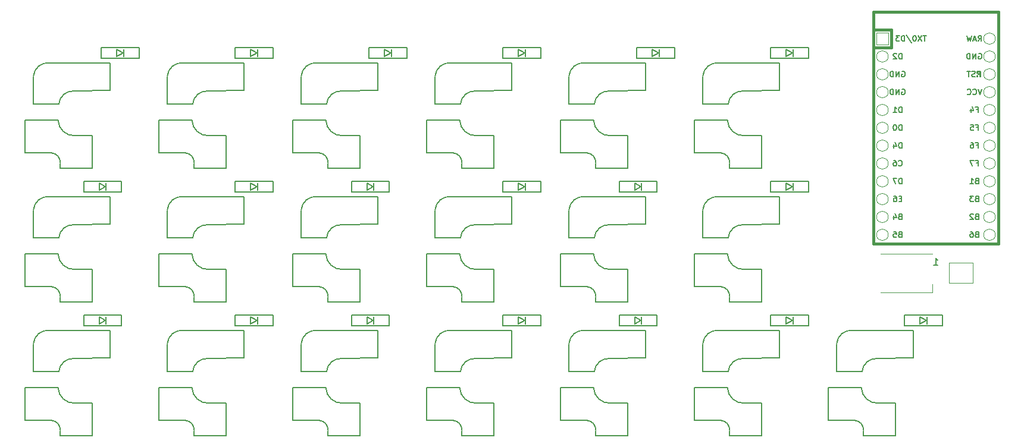
<source format=gbr>
G04 #@! TF.GenerationSoftware,KiCad,Pcbnew,(5.1.7)-1*
G04 #@! TF.CreationDate,2020-12-07T09:59:57+09:00*
G04 #@! TF.ProjectId,pisces,70697363-6573-42e6-9b69-6361645f7063,rev?*
G04 #@! TF.SameCoordinates,Original*
G04 #@! TF.FileFunction,Legend,Bot*
G04 #@! TF.FilePolarity,Positive*
%FSLAX46Y46*%
G04 Gerber Fmt 4.6, Leading zero omitted, Abs format (unit mm)*
G04 Created by KiCad (PCBNEW (5.1.7)-1) date 2020-12-07 09:59:57*
%MOMM*%
%LPD*%
G01*
G04 APERTURE LIST*
%ADD10C,0.120000*%
%ADD11C,0.150000*%
%ADD12C,0.381000*%
%ADD13C,0.100000*%
G04 APERTURE END LIST*
D10*
X164488000Y-70392000D02*
X171788000Y-70392000D01*
X164488000Y-75892000D02*
X171788000Y-75892000D01*
X171788000Y-75892000D02*
X171788000Y-74742000D01*
X177595000Y-74566000D02*
X174195000Y-74566000D01*
X174195000Y-71666000D02*
X174195000Y-74566000D01*
X174195000Y-71666000D02*
X177595000Y-71666000D01*
X177595000Y-74566000D02*
X177595000Y-71666000D01*
D11*
X53561000Y-41033000D02*
X53561000Y-42533000D01*
X58961000Y-41033000D02*
X53561000Y-41033000D01*
X58961000Y-42533000D02*
X58961000Y-41033000D01*
X53561000Y-42533000D02*
X58961000Y-42533000D01*
X55761000Y-41283000D02*
X56661000Y-41783000D01*
X55761000Y-42283000D02*
X55761000Y-41283000D01*
X56661000Y-41783000D02*
X55761000Y-42283000D01*
X56761000Y-42283000D02*
X56761000Y-41283000D01*
X51061000Y-60083000D02*
X51061000Y-61583000D01*
X56461000Y-60083000D02*
X51061000Y-60083000D01*
X56461000Y-61583000D02*
X56461000Y-60083000D01*
X51061000Y-61583000D02*
X56461000Y-61583000D01*
X53261000Y-60333000D02*
X54161000Y-60833000D01*
X53261000Y-61333000D02*
X53261000Y-60333000D01*
X54161000Y-60833000D02*
X53261000Y-61333000D01*
X54261000Y-61333000D02*
X54261000Y-60333000D01*
X54261000Y-80383000D02*
X54261000Y-79383000D01*
X54161000Y-79883000D02*
X53261000Y-80383000D01*
X53261000Y-80383000D02*
X53261000Y-79383000D01*
X53261000Y-79383000D02*
X54161000Y-79883000D01*
X51061000Y-80633000D02*
X56461000Y-80633000D01*
X56461000Y-80633000D02*
X56461000Y-79133000D01*
X56461000Y-79133000D02*
X51061000Y-79133000D01*
X51061000Y-79133000D02*
X51061000Y-80633000D01*
X75811000Y-42283000D02*
X75811000Y-41283000D01*
X75711000Y-41783000D02*
X74811000Y-42283000D01*
X74811000Y-42283000D02*
X74811000Y-41283000D01*
X74811000Y-41283000D02*
X75711000Y-41783000D01*
X72611000Y-42533000D02*
X78011000Y-42533000D01*
X78011000Y-42533000D02*
X78011000Y-41033000D01*
X78011000Y-41033000D02*
X72611000Y-41033000D01*
X72611000Y-41033000D02*
X72611000Y-42533000D01*
X72611000Y-60083000D02*
X72611000Y-61583000D01*
X78011000Y-60083000D02*
X72611000Y-60083000D01*
X78011000Y-61583000D02*
X78011000Y-60083000D01*
X72611000Y-61583000D02*
X78011000Y-61583000D01*
X74811000Y-60333000D02*
X75711000Y-60833000D01*
X74811000Y-61333000D02*
X74811000Y-60333000D01*
X75711000Y-60833000D02*
X74811000Y-61333000D01*
X75811000Y-61333000D02*
X75811000Y-60333000D01*
X75811000Y-80383000D02*
X75811000Y-79383000D01*
X75711000Y-79883000D02*
X74811000Y-80383000D01*
X74811000Y-80383000D02*
X74811000Y-79383000D01*
X74811000Y-79383000D02*
X75711000Y-79883000D01*
X72611000Y-80633000D02*
X78011000Y-80633000D01*
X78011000Y-80633000D02*
X78011000Y-79133000D01*
X78011000Y-79133000D02*
X72611000Y-79133000D01*
X72611000Y-79133000D02*
X72611000Y-80633000D01*
X91660999Y-41033000D02*
X91660999Y-42533000D01*
X97060999Y-41033000D02*
X91660999Y-41033000D01*
X97060999Y-42533000D02*
X97060999Y-41033000D01*
X91660999Y-42533000D02*
X97060999Y-42533000D01*
X93860999Y-41283000D02*
X94760999Y-41783000D01*
X93860999Y-42283000D02*
X93860999Y-41283000D01*
X94760999Y-41783000D02*
X93860999Y-42283000D01*
X94860999Y-42283000D02*
X94860999Y-41283000D01*
X89160999Y-60083000D02*
X89160999Y-61583000D01*
X94560999Y-60083000D02*
X89160999Y-60083000D01*
X94560999Y-61583000D02*
X94560999Y-60083000D01*
X89160999Y-61583000D02*
X94560999Y-61583000D01*
X91360999Y-60333000D02*
X92260999Y-60833000D01*
X91360999Y-61333000D02*
X91360999Y-60333000D01*
X92260999Y-60833000D02*
X91360999Y-61333000D01*
X92360999Y-61333000D02*
X92360999Y-60333000D01*
X92360999Y-80383000D02*
X92360999Y-79383000D01*
X92260999Y-79883000D02*
X91360999Y-80383000D01*
X91360999Y-80383000D02*
X91360999Y-79383000D01*
X91360999Y-79383000D02*
X92260999Y-79883000D01*
X89160999Y-80633000D02*
X94560999Y-80633000D01*
X94560999Y-80633000D02*
X94560999Y-79133000D01*
X94560999Y-79133000D02*
X89160999Y-79133000D01*
X89160999Y-79133000D02*
X89160999Y-80633000D01*
X113911000Y-42283000D02*
X113911000Y-41283000D01*
X113811000Y-41783000D02*
X112911000Y-42283000D01*
X112911000Y-42283000D02*
X112911000Y-41283000D01*
X112911000Y-41283000D02*
X113811000Y-41783000D01*
X110711000Y-42533000D02*
X116111000Y-42533000D01*
X116111000Y-42533000D02*
X116111000Y-41033000D01*
X116111000Y-41033000D02*
X110711000Y-41033000D01*
X110711000Y-41033000D02*
X110711000Y-42533000D01*
X110711000Y-60083000D02*
X110711000Y-61583000D01*
X116111000Y-60083000D02*
X110711000Y-60083000D01*
X116111000Y-61583000D02*
X116111000Y-60083000D01*
X110711000Y-61583000D02*
X116111000Y-61583000D01*
X112911000Y-60333000D02*
X113811000Y-60833000D01*
X112911000Y-61333000D02*
X112911000Y-60333000D01*
X113811000Y-60833000D02*
X112911000Y-61333000D01*
X113911000Y-61333000D02*
X113911000Y-60333000D01*
X110711000Y-79133000D02*
X110711000Y-80633000D01*
X116111000Y-79133000D02*
X110711000Y-79133000D01*
X116111000Y-80633000D02*
X116111000Y-79133000D01*
X110711000Y-80633000D02*
X116111000Y-80633000D01*
X112911000Y-79383000D02*
X113811000Y-79883000D01*
X112911000Y-80383000D02*
X112911000Y-79383000D01*
X113811000Y-79883000D02*
X112911000Y-80383000D01*
X113911000Y-80383000D02*
X113911000Y-79383000D01*
X132961000Y-42283000D02*
X132961000Y-41283000D01*
X132861000Y-41783000D02*
X131961000Y-42283000D01*
X131961000Y-42283000D02*
X131961000Y-41283000D01*
X131961000Y-41283000D02*
X132861000Y-41783000D01*
X129761000Y-42533000D02*
X135161000Y-42533000D01*
X135161000Y-42533000D02*
X135161000Y-41033000D01*
X135161000Y-41033000D02*
X129761000Y-41033000D01*
X129761000Y-41033000D02*
X129761000Y-42533000D01*
X127261000Y-60083000D02*
X127261000Y-61583000D01*
X132661000Y-60083000D02*
X127261000Y-60083000D01*
X132661000Y-61583000D02*
X132661000Y-60083000D01*
X127261000Y-61583000D02*
X132661000Y-61583000D01*
X129461000Y-60333000D02*
X130361000Y-60833000D01*
X129461000Y-61333000D02*
X129461000Y-60333000D01*
X130361000Y-60833000D02*
X129461000Y-61333000D01*
X130461000Y-61333000D02*
X130461000Y-60333000D01*
X130461000Y-80383000D02*
X130461000Y-79383000D01*
X130361000Y-79883000D02*
X129461000Y-80383000D01*
X129461000Y-80383000D02*
X129461000Y-79383000D01*
X129461000Y-79383000D02*
X130361000Y-79883000D01*
X127261000Y-80633000D02*
X132661000Y-80633000D01*
X132661000Y-80633000D02*
X132661000Y-79133000D01*
X132661000Y-79133000D02*
X127261000Y-79133000D01*
X127261000Y-79133000D02*
X127261000Y-80633000D01*
X152011000Y-42283000D02*
X152011000Y-41283000D01*
X151911000Y-41783000D02*
X151011000Y-42283000D01*
X151011000Y-42283000D02*
X151011000Y-41283000D01*
X151011000Y-41283000D02*
X151911000Y-41783000D01*
X148811000Y-42533000D02*
X154211000Y-42533000D01*
X154211000Y-42533000D02*
X154211000Y-41033000D01*
X154211000Y-41033000D02*
X148811000Y-41033000D01*
X148811000Y-41033000D02*
X148811000Y-42533000D01*
X148811000Y-60083000D02*
X148811000Y-61583000D01*
X154211000Y-60083000D02*
X148811000Y-60083000D01*
X154211000Y-61583000D02*
X154211000Y-60083000D01*
X148811000Y-61583000D02*
X154211000Y-61583000D01*
X151011000Y-60333000D02*
X151911000Y-60833000D01*
X151011000Y-61333000D02*
X151011000Y-60333000D01*
X151911000Y-60833000D02*
X151011000Y-61333000D01*
X152011000Y-61333000D02*
X152011000Y-60333000D01*
X152011000Y-80383000D02*
X152011000Y-79383000D01*
X151911000Y-79883000D02*
X151011000Y-80383000D01*
X151011000Y-80383000D02*
X151011000Y-79383000D01*
X151011000Y-79383000D02*
X151911000Y-79883000D01*
X148811000Y-80633000D02*
X154211000Y-80633000D01*
X154211000Y-80633000D02*
X154211000Y-79133000D01*
X154211000Y-79133000D02*
X148811000Y-79133000D01*
X148811000Y-79133000D02*
X148811000Y-80633000D01*
X171061000Y-80383000D02*
X171061000Y-79383000D01*
X170961000Y-79883000D02*
X170061000Y-80383000D01*
X170061000Y-80383000D02*
X170061000Y-79383000D01*
X170061000Y-79383000D02*
X170961000Y-79883000D01*
X167861000Y-80633000D02*
X173261000Y-80633000D01*
X173261000Y-80633000D02*
X173261000Y-79133000D01*
X173261000Y-79133000D02*
X167861000Y-79133000D01*
X167861000Y-79133000D02*
X167861000Y-80633000D01*
X43900000Y-49104000D02*
X47510000Y-49104000D01*
X43900000Y-45150000D02*
X43900000Y-49095000D01*
X54800000Y-43196000D02*
X46175000Y-43196000D01*
X54800000Y-47104000D02*
X54800000Y-43196000D01*
X54800000Y-47150000D02*
X49750000Y-47196000D01*
X52275000Y-58225000D02*
X47725000Y-58225000D01*
X52275000Y-53575000D02*
X49725000Y-53575000D01*
X47425000Y-51375000D02*
X42725000Y-51375000D01*
X46500000Y-56025000D02*
X42725000Y-56025000D01*
X52300000Y-53600000D02*
X52300000Y-58200000D01*
X42725000Y-51400000D02*
X42700000Y-56000000D01*
X47720000Y-57500000D02*
X47720000Y-58200000D01*
X43911000Y-45080000D02*
G75*
G02*
X46175000Y-43196000I2074000J-190000D01*
G01*
X47515000Y-49080000D02*
G75*
G02*
X49775000Y-47200000I2070000J-190000D01*
G01*
X47430000Y-51400000D02*
G75*
G03*
X49800000Y-53570000I2270000J100000D01*
G01*
X47720000Y-57450000D02*
G75*
G03*
X46500000Y-56030000I-1320000J100000D01*
G01*
X47720000Y-76550000D02*
X47720000Y-77250000D01*
X42725000Y-70450000D02*
X42700000Y-75050000D01*
X52300000Y-72650000D02*
X52300000Y-77250000D01*
X46500000Y-75075000D02*
X42725000Y-75075000D01*
X47425000Y-70425000D02*
X42725000Y-70425000D01*
X52275000Y-72625000D02*
X49725000Y-72625000D01*
X52275000Y-77275000D02*
X47725000Y-77275000D01*
X54800000Y-66200000D02*
X49750000Y-66246000D01*
X54800000Y-66154000D02*
X54800000Y-62246000D01*
X54800000Y-62246000D02*
X46175000Y-62246000D01*
X43900000Y-64200000D02*
X43900000Y-68145000D01*
X43900000Y-68154000D02*
X47510000Y-68154000D01*
X47720000Y-76500000D02*
G75*
G03*
X46500000Y-75080000I-1320000J100000D01*
G01*
X47430000Y-70450000D02*
G75*
G03*
X49800000Y-72620000I2270000J100000D01*
G01*
X47515000Y-68130000D02*
G75*
G02*
X49775000Y-66250000I2070000J-190000D01*
G01*
X43911000Y-64130000D02*
G75*
G02*
X46175000Y-62246000I2074000J-190000D01*
G01*
X43900000Y-87204000D02*
X47510000Y-87204000D01*
X43900000Y-83250000D02*
X43900000Y-87195000D01*
X54800000Y-81296000D02*
X46175000Y-81296000D01*
X54800000Y-85204000D02*
X54800000Y-81296000D01*
X54800000Y-85250000D02*
X49750000Y-85296000D01*
X52275000Y-96325000D02*
X47725000Y-96325000D01*
X52275000Y-91675000D02*
X49725000Y-91675000D01*
X47425000Y-89475000D02*
X42725000Y-89475000D01*
X46500000Y-94125000D02*
X42725000Y-94125000D01*
X52300000Y-91700000D02*
X52300000Y-96300000D01*
X42725000Y-89500000D02*
X42700000Y-94100000D01*
X47720000Y-95600000D02*
X47720000Y-96300000D01*
X43911000Y-83180000D02*
G75*
G02*
X46175000Y-81296000I2074000J-190000D01*
G01*
X47515000Y-87180000D02*
G75*
G02*
X49775000Y-85300000I2070000J-190000D01*
G01*
X47430000Y-89500000D02*
G75*
G03*
X49800000Y-91670000I2270000J100000D01*
G01*
X47720000Y-95550000D02*
G75*
G03*
X46500000Y-94130000I-1320000J100000D01*
G01*
X66770000Y-57500000D02*
X66770000Y-58200000D01*
X61775000Y-51400000D02*
X61750000Y-56000000D01*
X71350000Y-53600000D02*
X71350000Y-58200000D01*
X65550000Y-56025000D02*
X61775000Y-56025000D01*
X66475000Y-51375000D02*
X61775000Y-51375000D01*
X71325000Y-53575000D02*
X68775000Y-53575000D01*
X71325000Y-58225000D02*
X66775000Y-58225000D01*
X73850000Y-47150000D02*
X68800000Y-47196000D01*
X73850000Y-47104000D02*
X73850000Y-43196000D01*
X73850000Y-43196000D02*
X65225000Y-43196000D01*
X62950000Y-45150000D02*
X62950000Y-49095000D01*
X62950000Y-49104000D02*
X66560000Y-49104000D01*
X66770000Y-57450000D02*
G75*
G03*
X65550000Y-56030000I-1320000J100000D01*
G01*
X66480000Y-51400000D02*
G75*
G03*
X68850000Y-53570000I2270000J100000D01*
G01*
X66565000Y-49080000D02*
G75*
G02*
X68825000Y-47200000I2070000J-190000D01*
G01*
X62961000Y-45080000D02*
G75*
G02*
X65225000Y-43196000I2074000J-190000D01*
G01*
X62950000Y-68154000D02*
X66560000Y-68154000D01*
X62950000Y-64200000D02*
X62950000Y-68145000D01*
X73850000Y-62246000D02*
X65225000Y-62246000D01*
X73850000Y-66154000D02*
X73850000Y-62246000D01*
X73850000Y-66200000D02*
X68800000Y-66246000D01*
X71325000Y-77275000D02*
X66775000Y-77275000D01*
X71325000Y-72625000D02*
X68775000Y-72625000D01*
X66475000Y-70425000D02*
X61775000Y-70425000D01*
X65550000Y-75075000D02*
X61775000Y-75075000D01*
X71350000Y-72650000D02*
X71350000Y-77250000D01*
X61775000Y-70450000D02*
X61750000Y-75050000D01*
X66770000Y-76550000D02*
X66770000Y-77250000D01*
X62961000Y-64130000D02*
G75*
G02*
X65225000Y-62246000I2074000J-190000D01*
G01*
X66565000Y-68130000D02*
G75*
G02*
X68825000Y-66250000I2070000J-190000D01*
G01*
X66480000Y-70450000D02*
G75*
G03*
X68850000Y-72620000I2270000J100000D01*
G01*
X66770000Y-76500000D02*
G75*
G03*
X65550000Y-75080000I-1320000J100000D01*
G01*
X66770000Y-95600000D02*
X66770000Y-96300000D01*
X61775000Y-89500000D02*
X61750000Y-94100000D01*
X71350000Y-91700000D02*
X71350000Y-96300000D01*
X65550000Y-94125000D02*
X61775000Y-94125000D01*
X66475000Y-89475000D02*
X61775000Y-89475000D01*
X71325000Y-91675000D02*
X68775000Y-91675000D01*
X71325000Y-96325000D02*
X66775000Y-96325000D01*
X73850000Y-85250000D02*
X68800000Y-85296000D01*
X73850000Y-85204000D02*
X73850000Y-81296000D01*
X73850000Y-81296000D02*
X65225000Y-81296000D01*
X62950000Y-83250000D02*
X62950000Y-87195000D01*
X62950000Y-87204000D02*
X66560000Y-87204000D01*
X66770000Y-95550000D02*
G75*
G03*
X65550000Y-94130000I-1320000J100000D01*
G01*
X66480000Y-89500000D02*
G75*
G03*
X68850000Y-91670000I2270000J100000D01*
G01*
X66565000Y-87180000D02*
G75*
G02*
X68825000Y-85300000I2070000J-190000D01*
G01*
X62961000Y-83180000D02*
G75*
G02*
X65225000Y-81296000I2074000J-190000D01*
G01*
X82000000Y-49104000D02*
X85610000Y-49104000D01*
X82000000Y-45150000D02*
X82000000Y-49095000D01*
X92900000Y-43196000D02*
X84275000Y-43196000D01*
X92900000Y-47104000D02*
X92900000Y-43196000D01*
X92900000Y-47150000D02*
X87850000Y-47196000D01*
X90375000Y-58225000D02*
X85825000Y-58225000D01*
X90375000Y-53575000D02*
X87825000Y-53575000D01*
X85525000Y-51375000D02*
X80825000Y-51375000D01*
X84600000Y-56025000D02*
X80825000Y-56025000D01*
X90400000Y-53600000D02*
X90400000Y-58200000D01*
X80825000Y-51400000D02*
X80800000Y-56000000D01*
X85820000Y-57500000D02*
X85820000Y-58200000D01*
X82011000Y-45080000D02*
G75*
G02*
X84275000Y-43196000I2074000J-190000D01*
G01*
X85615000Y-49080000D02*
G75*
G02*
X87875000Y-47200000I2070000J-190000D01*
G01*
X85530000Y-51400000D02*
G75*
G03*
X87900000Y-53570000I2270000J100000D01*
G01*
X85820000Y-57450000D02*
G75*
G03*
X84600000Y-56030000I-1320000J100000D01*
G01*
X85820000Y-76550000D02*
X85820000Y-77250000D01*
X80825000Y-70450000D02*
X80800000Y-75050000D01*
X90400000Y-72650000D02*
X90400000Y-77250000D01*
X84600000Y-75075000D02*
X80825000Y-75075000D01*
X85525000Y-70425000D02*
X80825000Y-70425000D01*
X90375000Y-72625000D02*
X87825000Y-72625000D01*
X90375000Y-77275000D02*
X85825000Y-77275000D01*
X92900000Y-66200000D02*
X87850000Y-66246000D01*
X92900000Y-66154000D02*
X92900000Y-62246000D01*
X92900000Y-62246000D02*
X84275000Y-62246000D01*
X82000000Y-64200000D02*
X82000000Y-68145000D01*
X82000000Y-68154000D02*
X85610000Y-68154000D01*
X85820000Y-76500000D02*
G75*
G03*
X84600000Y-75080000I-1320000J100000D01*
G01*
X85530000Y-70450000D02*
G75*
G03*
X87900000Y-72620000I2270000J100000D01*
G01*
X85615000Y-68130000D02*
G75*
G02*
X87875000Y-66250000I2070000J-190000D01*
G01*
X82011000Y-64130000D02*
G75*
G02*
X84275000Y-62246000I2074000J-190000D01*
G01*
X82000000Y-87204000D02*
X85610000Y-87204000D01*
X82000000Y-83250000D02*
X82000000Y-87195000D01*
X92900000Y-81296000D02*
X84275000Y-81296000D01*
X92900000Y-85204000D02*
X92900000Y-81296000D01*
X92900000Y-85250000D02*
X87850000Y-85296000D01*
X90375000Y-96325000D02*
X85825000Y-96325000D01*
X90375000Y-91675000D02*
X87825000Y-91675000D01*
X85525000Y-89475000D02*
X80825000Y-89475000D01*
X84600000Y-94125000D02*
X80825000Y-94125000D01*
X90400000Y-91700000D02*
X90400000Y-96300000D01*
X80825000Y-89500000D02*
X80800000Y-94100000D01*
X85820000Y-95600000D02*
X85820000Y-96300000D01*
X82011000Y-83180000D02*
G75*
G02*
X84275000Y-81296000I2074000J-190000D01*
G01*
X85615000Y-87180000D02*
G75*
G02*
X87875000Y-85300000I2070000J-190000D01*
G01*
X85530000Y-89500000D02*
G75*
G03*
X87900000Y-91670000I2270000J100000D01*
G01*
X85820000Y-95550000D02*
G75*
G03*
X84600000Y-94130000I-1320000J100000D01*
G01*
X104870000Y-57500000D02*
X104870000Y-58200000D01*
X99875000Y-51400000D02*
X99850000Y-56000000D01*
X109450000Y-53600000D02*
X109450000Y-58200000D01*
X103650000Y-56025000D02*
X99875000Y-56025000D01*
X104575000Y-51375000D02*
X99875000Y-51375000D01*
X109425000Y-53575000D02*
X106875000Y-53575000D01*
X109425000Y-58225000D02*
X104875000Y-58225000D01*
X111950000Y-47150000D02*
X106900000Y-47196000D01*
X111950000Y-47104000D02*
X111950000Y-43196000D01*
X111950000Y-43196000D02*
X103325000Y-43196000D01*
X101050000Y-45150000D02*
X101050000Y-49095000D01*
X101050000Y-49104000D02*
X104660000Y-49104000D01*
X104870000Y-57450000D02*
G75*
G03*
X103650000Y-56030000I-1320000J100000D01*
G01*
X104580000Y-51400000D02*
G75*
G03*
X106950000Y-53570000I2270000J100000D01*
G01*
X104665000Y-49080000D02*
G75*
G02*
X106925000Y-47200000I2070000J-190000D01*
G01*
X101061000Y-45080000D02*
G75*
G02*
X103325000Y-43196000I2074000J-190000D01*
G01*
X104870000Y-76550000D02*
X104870000Y-77250000D01*
X99875000Y-70450000D02*
X99850000Y-75050000D01*
X109450000Y-72650000D02*
X109450000Y-77250000D01*
X103650000Y-75075000D02*
X99875000Y-75075000D01*
X104575000Y-70425000D02*
X99875000Y-70425000D01*
X109425000Y-72625000D02*
X106875000Y-72625000D01*
X109425000Y-77275000D02*
X104875000Y-77275000D01*
X111950000Y-66200000D02*
X106900000Y-66246000D01*
X111950000Y-66154000D02*
X111950000Y-62246000D01*
X111950000Y-62246000D02*
X103325000Y-62246000D01*
X101050000Y-64200000D02*
X101050000Y-68145000D01*
X101050000Y-68154000D02*
X104660000Y-68154000D01*
X104870000Y-76500000D02*
G75*
G03*
X103650000Y-75080000I-1320000J100000D01*
G01*
X104580000Y-70450000D02*
G75*
G03*
X106950000Y-72620000I2270000J100000D01*
G01*
X104665000Y-68130000D02*
G75*
G02*
X106925000Y-66250000I2070000J-190000D01*
G01*
X101061000Y-64130000D02*
G75*
G02*
X103325000Y-62246000I2074000J-190000D01*
G01*
X101050000Y-87204000D02*
X104660000Y-87204000D01*
X101050000Y-83250000D02*
X101050000Y-87195000D01*
X111950000Y-81296000D02*
X103325000Y-81296000D01*
X111950000Y-85204000D02*
X111950000Y-81296000D01*
X111950000Y-85250000D02*
X106900000Y-85296000D01*
X109425000Y-96325000D02*
X104875000Y-96325000D01*
X109425000Y-91675000D02*
X106875000Y-91675000D01*
X104575000Y-89475000D02*
X99875000Y-89475000D01*
X103650000Y-94125000D02*
X99875000Y-94125000D01*
X109450000Y-91700000D02*
X109450000Y-96300000D01*
X99875000Y-89500000D02*
X99850000Y-94100000D01*
X104870000Y-95600000D02*
X104870000Y-96300000D01*
X101061000Y-83180000D02*
G75*
G02*
X103325000Y-81296000I2074000J-190000D01*
G01*
X104665000Y-87180000D02*
G75*
G02*
X106925000Y-85300000I2070000J-190000D01*
G01*
X104580000Y-89500000D02*
G75*
G03*
X106950000Y-91670000I2270000J100000D01*
G01*
X104870000Y-95550000D02*
G75*
G03*
X103650000Y-94130000I-1320000J100000D01*
G01*
X123920000Y-57500000D02*
X123920000Y-58200000D01*
X118925000Y-51400000D02*
X118900000Y-56000000D01*
X128500000Y-53600000D02*
X128500000Y-58200000D01*
X122700000Y-56025000D02*
X118925000Y-56025000D01*
X123625000Y-51375000D02*
X118925000Y-51375000D01*
X128475000Y-53575000D02*
X125925000Y-53575000D01*
X128475000Y-58225000D02*
X123925000Y-58225000D01*
X131000000Y-47150000D02*
X125950000Y-47196000D01*
X131000000Y-47104000D02*
X131000000Y-43196000D01*
X131000000Y-43196000D02*
X122375000Y-43196000D01*
X120100000Y-45150000D02*
X120100000Y-49095000D01*
X120100000Y-49104000D02*
X123710000Y-49104000D01*
X123920000Y-57450000D02*
G75*
G03*
X122700000Y-56030000I-1320000J100000D01*
G01*
X123630000Y-51400000D02*
G75*
G03*
X126000000Y-53570000I2270000J100000D01*
G01*
X123715000Y-49080000D02*
G75*
G02*
X125975000Y-47200000I2070000J-190000D01*
G01*
X120111000Y-45080000D02*
G75*
G02*
X122375000Y-43196000I2074000J-190000D01*
G01*
X123920000Y-76550000D02*
X123920000Y-77250000D01*
X118925000Y-70450000D02*
X118900000Y-75050000D01*
X128500000Y-72650000D02*
X128500000Y-77250000D01*
X122700000Y-75075000D02*
X118925000Y-75075000D01*
X123625000Y-70425000D02*
X118925000Y-70425000D01*
X128475000Y-72625000D02*
X125925000Y-72625000D01*
X128475000Y-77275000D02*
X123925000Y-77275000D01*
X131000000Y-66200000D02*
X125950000Y-66246000D01*
X131000000Y-66154000D02*
X131000000Y-62246000D01*
X131000000Y-62246000D02*
X122375000Y-62246000D01*
X120100000Y-64200000D02*
X120100000Y-68145000D01*
X120100000Y-68154000D02*
X123710000Y-68154000D01*
X123920000Y-76500000D02*
G75*
G03*
X122700000Y-75080000I-1320000J100000D01*
G01*
X123630000Y-70450000D02*
G75*
G03*
X126000000Y-72620000I2270000J100000D01*
G01*
X123715000Y-68130000D02*
G75*
G02*
X125975000Y-66250000I2070000J-190000D01*
G01*
X120111000Y-64130000D02*
G75*
G02*
X122375000Y-62246000I2074000J-190000D01*
G01*
X123920000Y-95600000D02*
X123920000Y-96300000D01*
X118925000Y-89500000D02*
X118900000Y-94100000D01*
X128500000Y-91700000D02*
X128500000Y-96300000D01*
X122700000Y-94125000D02*
X118925000Y-94125000D01*
X123625000Y-89475000D02*
X118925000Y-89475000D01*
X128475000Y-91675000D02*
X125925000Y-91675000D01*
X128475000Y-96325000D02*
X123925000Y-96325000D01*
X131000000Y-85250000D02*
X125950000Y-85296000D01*
X131000000Y-85204000D02*
X131000000Y-81296000D01*
X131000000Y-81296000D02*
X122375000Y-81296000D01*
X120100000Y-83250000D02*
X120100000Y-87195000D01*
X120100000Y-87204000D02*
X123710000Y-87204000D01*
X123920000Y-95550000D02*
G75*
G03*
X122700000Y-94130000I-1320000J100000D01*
G01*
X123630000Y-89500000D02*
G75*
G03*
X126000000Y-91670000I2270000J100000D01*
G01*
X123715000Y-87180000D02*
G75*
G02*
X125975000Y-85300000I2070000J-190000D01*
G01*
X120111000Y-83180000D02*
G75*
G02*
X122375000Y-81296000I2074000J-190000D01*
G01*
X139150000Y-49104000D02*
X142760000Y-49104000D01*
X139150000Y-45150000D02*
X139150000Y-49095000D01*
X150050000Y-43196000D02*
X141425000Y-43196000D01*
X150050000Y-47104000D02*
X150050000Y-43196000D01*
X150050000Y-47150000D02*
X145000000Y-47196000D01*
X147525000Y-58225000D02*
X142975000Y-58225000D01*
X147525000Y-53575000D02*
X144975000Y-53575000D01*
X142675000Y-51375000D02*
X137975000Y-51375000D01*
X141750000Y-56025000D02*
X137975000Y-56025000D01*
X147550000Y-53600000D02*
X147550000Y-58200000D01*
X137975000Y-51400000D02*
X137950000Y-56000000D01*
X142970000Y-57500000D02*
X142970000Y-58200000D01*
X139161000Y-45080000D02*
G75*
G02*
X141425000Y-43196000I2074000J-190000D01*
G01*
X142765000Y-49080000D02*
G75*
G02*
X145025000Y-47200000I2070000J-190000D01*
G01*
X142680000Y-51400000D02*
G75*
G03*
X145050000Y-53570000I2270000J100000D01*
G01*
X142970000Y-57450000D02*
G75*
G03*
X141750000Y-56030000I-1320000J100000D01*
G01*
X139150000Y-68154000D02*
X142760000Y-68154000D01*
X139150000Y-64200000D02*
X139150000Y-68145000D01*
X150050000Y-62246000D02*
X141425000Y-62246000D01*
X150050000Y-66154000D02*
X150050000Y-62246000D01*
X150050000Y-66200000D02*
X145000000Y-66246000D01*
X147525000Y-77275000D02*
X142975000Y-77275000D01*
X147525000Y-72625000D02*
X144975000Y-72625000D01*
X142675000Y-70425000D02*
X137975000Y-70425000D01*
X141750000Y-75075000D02*
X137975000Y-75075000D01*
X147550000Y-72650000D02*
X147550000Y-77250000D01*
X137975000Y-70450000D02*
X137950000Y-75050000D01*
X142970000Y-76550000D02*
X142970000Y-77250000D01*
X139161000Y-64130000D02*
G75*
G02*
X141425000Y-62246000I2074000J-190000D01*
G01*
X142765000Y-68130000D02*
G75*
G02*
X145025000Y-66250000I2070000J-190000D01*
G01*
X142680000Y-70450000D02*
G75*
G03*
X145050000Y-72620000I2270000J100000D01*
G01*
X142970000Y-76500000D02*
G75*
G03*
X141750000Y-75080000I-1320000J100000D01*
G01*
X139150000Y-87204000D02*
X142760000Y-87204000D01*
X139150000Y-83250000D02*
X139150000Y-87195000D01*
X150050000Y-81296000D02*
X141425000Y-81296000D01*
X150050000Y-85204000D02*
X150050000Y-81296000D01*
X150050000Y-85250000D02*
X145000000Y-85296000D01*
X147525000Y-96325000D02*
X142975000Y-96325000D01*
X147525000Y-91675000D02*
X144975000Y-91675000D01*
X142675000Y-89475000D02*
X137975000Y-89475000D01*
X141750000Y-94125000D02*
X137975000Y-94125000D01*
X147550000Y-91700000D02*
X147550000Y-96300000D01*
X137975000Y-89500000D02*
X137950000Y-94100000D01*
X142970000Y-95600000D02*
X142970000Y-96300000D01*
X139161000Y-83180000D02*
G75*
G02*
X141425000Y-81296000I2074000J-190000D01*
G01*
X142765000Y-87180000D02*
G75*
G02*
X145025000Y-85300000I2070000J-190000D01*
G01*
X142680000Y-89500000D02*
G75*
G03*
X145050000Y-91670000I2270000J100000D01*
G01*
X142970000Y-95550000D02*
G75*
G03*
X141750000Y-94130000I-1320000J100000D01*
G01*
X158200000Y-87204000D02*
X161810000Y-87204000D01*
X158200000Y-83250000D02*
X158200000Y-87195000D01*
X169100000Y-81296000D02*
X160475000Y-81296000D01*
X169100000Y-85204000D02*
X169100000Y-81296000D01*
X169100000Y-85250000D02*
X164050000Y-85296000D01*
X166575000Y-96325000D02*
X162025000Y-96325000D01*
X166575000Y-91675000D02*
X164025000Y-91675000D01*
X161725000Y-89475000D02*
X157025000Y-89475000D01*
X160800000Y-94125000D02*
X157025000Y-94125000D01*
X166600000Y-91700000D02*
X166600000Y-96300000D01*
X157025000Y-89500000D02*
X157000000Y-94100000D01*
X162020000Y-95600000D02*
X162020000Y-96300000D01*
X158211000Y-83180000D02*
G75*
G02*
X160475000Y-81296000I2074000J-190000D01*
G01*
X161815000Y-87180000D02*
G75*
G02*
X164075000Y-85300000I2070000J-190000D01*
G01*
X161730000Y-89500000D02*
G75*
G03*
X164100000Y-91670000I2270000J100000D01*
G01*
X162020000Y-95550000D02*
G75*
G03*
X160800000Y-94130000I-1320000J100000D01*
G01*
D12*
X165989000Y-41021000D02*
X163449000Y-41021000D01*
X165989000Y-38481000D02*
X165989000Y-41021000D01*
D11*
G36*
X178383635Y-44770030D02*
G01*
X178383635Y-44870030D01*
X178483635Y-44870030D01*
X178483635Y-44770030D01*
X178383635Y-44770030D01*
G37*
X178383635Y-44770030D02*
X178383635Y-44870030D01*
X178483635Y-44870030D01*
X178483635Y-44770030D01*
X178383635Y-44770030D01*
G36*
X178583635Y-44370030D02*
G01*
X178583635Y-45170030D01*
X178683635Y-45170030D01*
X178683635Y-44370030D01*
X178583635Y-44370030D01*
G37*
X178583635Y-44370030D02*
X178583635Y-45170030D01*
X178683635Y-45170030D01*
X178683635Y-44370030D01*
X178583635Y-44370030D01*
G36*
X178183635Y-44970030D02*
G01*
X178183635Y-45170030D01*
X178283635Y-45170030D01*
X178283635Y-44970030D01*
X178183635Y-44970030D01*
G37*
X178183635Y-44970030D02*
X178183635Y-45170030D01*
X178283635Y-45170030D01*
X178283635Y-44970030D01*
X178183635Y-44970030D01*
G36*
X178183635Y-44370030D02*
G01*
X178183635Y-44670030D01*
X178283635Y-44670030D01*
X178283635Y-44370030D01*
X178183635Y-44370030D01*
G37*
X178183635Y-44370030D02*
X178183635Y-44670030D01*
X178283635Y-44670030D01*
X178283635Y-44370030D01*
X178183635Y-44370030D01*
G36*
X178183635Y-44370030D02*
G01*
X178183635Y-44470030D01*
X178683635Y-44470030D01*
X178683635Y-44370030D01*
X178183635Y-44370030D01*
G37*
X178183635Y-44370030D02*
X178183635Y-44470030D01*
X178683635Y-44470030D01*
X178683635Y-44370030D01*
X178183635Y-44370030D01*
D12*
X181229000Y-68961000D02*
X181229000Y-35941000D01*
X163449000Y-68961000D02*
X181229000Y-68961000D01*
X163449000Y-35941000D02*
X163449000Y-68961000D01*
X181229000Y-35941000D02*
X163449000Y-35941000D01*
X165989000Y-38481000D02*
X163449000Y-38481000D01*
D13*
X163892700Y-38924700D02*
X163892700Y-40577300D01*
X165545300Y-40577300D01*
X165545300Y-38924700D01*
X163892700Y-38924700D01*
X165545300Y-42291000D02*
G75*
G03*
X165545300Y-42291000I-826300J0D01*
G01*
X165545300Y-44831000D02*
G75*
G03*
X165545300Y-44831000I-826300J0D01*
G01*
X165545300Y-47371000D02*
G75*
G03*
X165545300Y-47371000I-826300J0D01*
G01*
X165545300Y-49911000D02*
G75*
G03*
X165545300Y-49911000I-826300J0D01*
G01*
X165545300Y-52451000D02*
G75*
G03*
X165545300Y-52451000I-826300J0D01*
G01*
X165545300Y-54991000D02*
G75*
G03*
X165545300Y-54991000I-826300J0D01*
G01*
X165545300Y-57531000D02*
G75*
G03*
X165545300Y-57531000I-826300J0D01*
G01*
X165545300Y-60071000D02*
G75*
G03*
X165545300Y-60071000I-826300J0D01*
G01*
X165545300Y-62611000D02*
G75*
G03*
X165545300Y-62611000I-826300J0D01*
G01*
X165545300Y-65151000D02*
G75*
G03*
X165545300Y-65151000I-826300J0D01*
G01*
X180785300Y-67691000D02*
G75*
G03*
X180785300Y-67691000I-826300J0D01*
G01*
X180785300Y-65151000D02*
G75*
G03*
X180785300Y-65151000I-826300J0D01*
G01*
X180785300Y-62611000D02*
G75*
G03*
X180785300Y-62611000I-826300J0D01*
G01*
X180785300Y-60071000D02*
G75*
G03*
X180785300Y-60071000I-826300J0D01*
G01*
X180785300Y-57531000D02*
G75*
G03*
X180785300Y-57531000I-826300J0D01*
G01*
X180785300Y-54991000D02*
G75*
G03*
X180785300Y-54991000I-826300J0D01*
G01*
X180785300Y-52451000D02*
G75*
G03*
X180785300Y-52451000I-826300J0D01*
G01*
X180785300Y-49911000D02*
G75*
G03*
X180785300Y-49911000I-826300J0D01*
G01*
X180785300Y-47371000D02*
G75*
G03*
X180785300Y-47371000I-826300J0D01*
G01*
X180785300Y-44831000D02*
G75*
G03*
X180785300Y-44831000I-826300J0D01*
G01*
X180785300Y-42291000D02*
G75*
G03*
X180785300Y-42291000I-826300J0D01*
G01*
X165545300Y-67691000D02*
G75*
G03*
X165545300Y-67691000I-826300J0D01*
G01*
X180785300Y-39751000D02*
G75*
G03*
X180785300Y-39751000I-826300J0D01*
G01*
D11*
X172012285Y-72004380D02*
X172583714Y-72004380D01*
X172298000Y-72004380D02*
X172298000Y-71004380D01*
X172393238Y-71147238D01*
X172488476Y-71242476D01*
X172583714Y-71290095D01*
X167468476Y-42652904D02*
X167468476Y-41852904D01*
X167278000Y-41852904D01*
X167163714Y-41891000D01*
X167087523Y-41967190D01*
X167049428Y-42043380D01*
X167011333Y-42195761D01*
X167011333Y-42310047D01*
X167049428Y-42462428D01*
X167087523Y-42538619D01*
X167163714Y-42614809D01*
X167278000Y-42652904D01*
X167468476Y-42652904D01*
X166706571Y-41929095D02*
X166668476Y-41891000D01*
X166592285Y-41852904D01*
X166401809Y-41852904D01*
X166325619Y-41891000D01*
X166287523Y-41929095D01*
X166249428Y-42005285D01*
X166249428Y-42081476D01*
X166287523Y-42195761D01*
X166744666Y-42652904D01*
X166249428Y-42652904D01*
X167468476Y-52812904D02*
X167468476Y-52012904D01*
X167278000Y-52012904D01*
X167163714Y-52051000D01*
X167087523Y-52127190D01*
X167049428Y-52203380D01*
X167011333Y-52355761D01*
X167011333Y-52470047D01*
X167049428Y-52622428D01*
X167087523Y-52698619D01*
X167163714Y-52774809D01*
X167278000Y-52812904D01*
X167468476Y-52812904D01*
X166516095Y-52012904D02*
X166439904Y-52012904D01*
X166363714Y-52051000D01*
X166325619Y-52089095D01*
X166287523Y-52165285D01*
X166249428Y-52317666D01*
X166249428Y-52508142D01*
X166287523Y-52660523D01*
X166325619Y-52736714D01*
X166363714Y-52774809D01*
X166439904Y-52812904D01*
X166516095Y-52812904D01*
X166592285Y-52774809D01*
X166630380Y-52736714D01*
X166668476Y-52660523D01*
X166706571Y-52508142D01*
X166706571Y-52317666D01*
X166668476Y-52165285D01*
X166630380Y-52089095D01*
X166592285Y-52051000D01*
X166516095Y-52012904D01*
X167468476Y-50272904D02*
X167468476Y-49472904D01*
X167278000Y-49472904D01*
X167163714Y-49511000D01*
X167087523Y-49587190D01*
X167049428Y-49663380D01*
X167011333Y-49815761D01*
X167011333Y-49930047D01*
X167049428Y-50082428D01*
X167087523Y-50158619D01*
X167163714Y-50234809D01*
X167278000Y-50272904D01*
X167468476Y-50272904D01*
X166249428Y-50272904D02*
X166706571Y-50272904D01*
X166478000Y-50272904D02*
X166478000Y-49472904D01*
X166554190Y-49587190D01*
X166630380Y-49663380D01*
X166706571Y-49701476D01*
X167487523Y-46971000D02*
X167563714Y-46932904D01*
X167678000Y-46932904D01*
X167792285Y-46971000D01*
X167868476Y-47047190D01*
X167906571Y-47123380D01*
X167944666Y-47275761D01*
X167944666Y-47390047D01*
X167906571Y-47542428D01*
X167868476Y-47618619D01*
X167792285Y-47694809D01*
X167678000Y-47732904D01*
X167601809Y-47732904D01*
X167487523Y-47694809D01*
X167449428Y-47656714D01*
X167449428Y-47390047D01*
X167601809Y-47390047D01*
X167106571Y-47732904D02*
X167106571Y-46932904D01*
X166649428Y-47732904D01*
X166649428Y-46932904D01*
X166268476Y-47732904D02*
X166268476Y-46932904D01*
X166078000Y-46932904D01*
X165963714Y-46971000D01*
X165887523Y-47047190D01*
X165849428Y-47123380D01*
X165811333Y-47275761D01*
X165811333Y-47390047D01*
X165849428Y-47542428D01*
X165887523Y-47618619D01*
X165963714Y-47694809D01*
X166078000Y-47732904D01*
X166268476Y-47732904D01*
X167487523Y-44431000D02*
X167563714Y-44392904D01*
X167678000Y-44392904D01*
X167792285Y-44431000D01*
X167868476Y-44507190D01*
X167906571Y-44583380D01*
X167944666Y-44735761D01*
X167944666Y-44850047D01*
X167906571Y-45002428D01*
X167868476Y-45078619D01*
X167792285Y-45154809D01*
X167678000Y-45192904D01*
X167601809Y-45192904D01*
X167487523Y-45154809D01*
X167449428Y-45116714D01*
X167449428Y-44850047D01*
X167601809Y-44850047D01*
X167106571Y-45192904D02*
X167106571Y-44392904D01*
X166649428Y-45192904D01*
X166649428Y-44392904D01*
X166268476Y-45192904D02*
X166268476Y-44392904D01*
X166078000Y-44392904D01*
X165963714Y-44431000D01*
X165887523Y-44507190D01*
X165849428Y-44583380D01*
X165811333Y-44735761D01*
X165811333Y-44850047D01*
X165849428Y-45002428D01*
X165887523Y-45078619D01*
X165963714Y-45154809D01*
X166078000Y-45192904D01*
X166268476Y-45192904D01*
X167468476Y-55352904D02*
X167468476Y-54552904D01*
X167278000Y-54552904D01*
X167163714Y-54591000D01*
X167087523Y-54667190D01*
X167049428Y-54743380D01*
X167011333Y-54895761D01*
X167011333Y-55010047D01*
X167049428Y-55162428D01*
X167087523Y-55238619D01*
X167163714Y-55314809D01*
X167278000Y-55352904D01*
X167468476Y-55352904D01*
X166325619Y-54819571D02*
X166325619Y-55352904D01*
X166516095Y-54514809D02*
X166706571Y-55086238D01*
X166211333Y-55086238D01*
X167011333Y-57816714D02*
X167049428Y-57854809D01*
X167163714Y-57892904D01*
X167239904Y-57892904D01*
X167354190Y-57854809D01*
X167430380Y-57778619D01*
X167468476Y-57702428D01*
X167506571Y-57550047D01*
X167506571Y-57435761D01*
X167468476Y-57283380D01*
X167430380Y-57207190D01*
X167354190Y-57131000D01*
X167239904Y-57092904D01*
X167163714Y-57092904D01*
X167049428Y-57131000D01*
X167011333Y-57169095D01*
X166325619Y-57092904D02*
X166478000Y-57092904D01*
X166554190Y-57131000D01*
X166592285Y-57169095D01*
X166668476Y-57283380D01*
X166706571Y-57435761D01*
X166706571Y-57740523D01*
X166668476Y-57816714D01*
X166630380Y-57854809D01*
X166554190Y-57892904D01*
X166401809Y-57892904D01*
X166325619Y-57854809D01*
X166287523Y-57816714D01*
X166249428Y-57740523D01*
X166249428Y-57550047D01*
X166287523Y-57473857D01*
X166325619Y-57435761D01*
X166401809Y-57397666D01*
X166554190Y-57397666D01*
X166630380Y-57435761D01*
X166668476Y-57473857D01*
X166706571Y-57550047D01*
X167468476Y-60432904D02*
X167468476Y-59632904D01*
X167278000Y-59632904D01*
X167163714Y-59671000D01*
X167087523Y-59747190D01*
X167049428Y-59823380D01*
X167011333Y-59975761D01*
X167011333Y-60090047D01*
X167049428Y-60242428D01*
X167087523Y-60318619D01*
X167163714Y-60394809D01*
X167278000Y-60432904D01*
X167468476Y-60432904D01*
X166744666Y-59632904D02*
X166211333Y-59632904D01*
X166554190Y-60432904D01*
X167430380Y-62553857D02*
X167163714Y-62553857D01*
X167049428Y-62972904D02*
X167430380Y-62972904D01*
X167430380Y-62172904D01*
X167049428Y-62172904D01*
X166363714Y-62172904D02*
X166516095Y-62172904D01*
X166592285Y-62211000D01*
X166630380Y-62249095D01*
X166706571Y-62363380D01*
X166744666Y-62515761D01*
X166744666Y-62820523D01*
X166706571Y-62896714D01*
X166668476Y-62934809D01*
X166592285Y-62972904D01*
X166439904Y-62972904D01*
X166363714Y-62934809D01*
X166325619Y-62896714D01*
X166287523Y-62820523D01*
X166287523Y-62630047D01*
X166325619Y-62553857D01*
X166363714Y-62515761D01*
X166439904Y-62477666D01*
X166592285Y-62477666D01*
X166668476Y-62515761D01*
X166706571Y-62553857D01*
X166744666Y-62630047D01*
X167201809Y-65093857D02*
X167087523Y-65131952D01*
X167049428Y-65170047D01*
X167011333Y-65246238D01*
X167011333Y-65360523D01*
X167049428Y-65436714D01*
X167087523Y-65474809D01*
X167163714Y-65512904D01*
X167468476Y-65512904D01*
X167468476Y-64712904D01*
X167201809Y-64712904D01*
X167125619Y-64751000D01*
X167087523Y-64789095D01*
X167049428Y-64865285D01*
X167049428Y-64941476D01*
X167087523Y-65017666D01*
X167125619Y-65055761D01*
X167201809Y-65093857D01*
X167468476Y-65093857D01*
X166325619Y-64979571D02*
X166325619Y-65512904D01*
X166516095Y-64674809D02*
X166706571Y-65246238D01*
X166211333Y-65246238D01*
X167201809Y-67633857D02*
X167087523Y-67671952D01*
X167049428Y-67710047D01*
X167011333Y-67786238D01*
X167011333Y-67900523D01*
X167049428Y-67976714D01*
X167087523Y-68014809D01*
X167163714Y-68052904D01*
X167468476Y-68052904D01*
X167468476Y-67252904D01*
X167201809Y-67252904D01*
X167125619Y-67291000D01*
X167087523Y-67329095D01*
X167049428Y-67405285D01*
X167049428Y-67481476D01*
X167087523Y-67557666D01*
X167125619Y-67595761D01*
X167201809Y-67633857D01*
X167468476Y-67633857D01*
X166287523Y-67252904D02*
X166668476Y-67252904D01*
X166706571Y-67633857D01*
X166668476Y-67595761D01*
X166592285Y-67557666D01*
X166401809Y-67557666D01*
X166325619Y-67595761D01*
X166287523Y-67633857D01*
X166249428Y-67710047D01*
X166249428Y-67900523D01*
X166287523Y-67976714D01*
X166325619Y-68014809D01*
X166401809Y-68052904D01*
X166592285Y-68052904D01*
X166668476Y-68014809D01*
X166706571Y-67976714D01*
X178123809Y-67633857D02*
X178009523Y-67671952D01*
X177971428Y-67710047D01*
X177933333Y-67786238D01*
X177933333Y-67900523D01*
X177971428Y-67976714D01*
X178009523Y-68014809D01*
X178085714Y-68052904D01*
X178390476Y-68052904D01*
X178390476Y-67252904D01*
X178123809Y-67252904D01*
X178047619Y-67291000D01*
X178009523Y-67329095D01*
X177971428Y-67405285D01*
X177971428Y-67481476D01*
X178009523Y-67557666D01*
X178047619Y-67595761D01*
X178123809Y-67633857D01*
X178390476Y-67633857D01*
X177247619Y-67252904D02*
X177400000Y-67252904D01*
X177476190Y-67291000D01*
X177514285Y-67329095D01*
X177590476Y-67443380D01*
X177628571Y-67595761D01*
X177628571Y-67900523D01*
X177590476Y-67976714D01*
X177552380Y-68014809D01*
X177476190Y-68052904D01*
X177323809Y-68052904D01*
X177247619Y-68014809D01*
X177209523Y-67976714D01*
X177171428Y-67900523D01*
X177171428Y-67710047D01*
X177209523Y-67633857D01*
X177247619Y-67595761D01*
X177323809Y-67557666D01*
X177476190Y-67557666D01*
X177552380Y-67595761D01*
X177590476Y-67633857D01*
X177628571Y-67710047D01*
X178123809Y-62553857D02*
X178009523Y-62591952D01*
X177971428Y-62630047D01*
X177933333Y-62706238D01*
X177933333Y-62820523D01*
X177971428Y-62896714D01*
X178009523Y-62934809D01*
X178085714Y-62972904D01*
X178390476Y-62972904D01*
X178390476Y-62172904D01*
X178123809Y-62172904D01*
X178047619Y-62211000D01*
X178009523Y-62249095D01*
X177971428Y-62325285D01*
X177971428Y-62401476D01*
X178009523Y-62477666D01*
X178047619Y-62515761D01*
X178123809Y-62553857D01*
X178390476Y-62553857D01*
X177666666Y-62172904D02*
X177171428Y-62172904D01*
X177438095Y-62477666D01*
X177323809Y-62477666D01*
X177247619Y-62515761D01*
X177209523Y-62553857D01*
X177171428Y-62630047D01*
X177171428Y-62820523D01*
X177209523Y-62896714D01*
X177247619Y-62934809D01*
X177323809Y-62972904D01*
X177552380Y-62972904D01*
X177628571Y-62934809D01*
X177666666Y-62896714D01*
X178123809Y-60013857D02*
X178009523Y-60051952D01*
X177971428Y-60090047D01*
X177933333Y-60166238D01*
X177933333Y-60280523D01*
X177971428Y-60356714D01*
X178009523Y-60394809D01*
X178085714Y-60432904D01*
X178390476Y-60432904D01*
X178390476Y-59632904D01*
X178123809Y-59632904D01*
X178047619Y-59671000D01*
X178009523Y-59709095D01*
X177971428Y-59785285D01*
X177971428Y-59861476D01*
X178009523Y-59937666D01*
X178047619Y-59975761D01*
X178123809Y-60013857D01*
X178390476Y-60013857D01*
X177171428Y-60432904D02*
X177628571Y-60432904D01*
X177400000Y-60432904D02*
X177400000Y-59632904D01*
X177476190Y-59747190D01*
X177552380Y-59823380D01*
X177628571Y-59861476D01*
X178066666Y-49853857D02*
X178333333Y-49853857D01*
X178333333Y-50272904D02*
X178333333Y-49472904D01*
X177952380Y-49472904D01*
X177304761Y-49739571D02*
X177304761Y-50272904D01*
X177495238Y-49434809D02*
X177685714Y-50006238D01*
X177190476Y-50006238D01*
X178866666Y-46932904D02*
X178600000Y-47732904D01*
X178333333Y-46932904D01*
X177609523Y-47656714D02*
X177647619Y-47694809D01*
X177761904Y-47732904D01*
X177838095Y-47732904D01*
X177952380Y-47694809D01*
X178028571Y-47618619D01*
X178066666Y-47542428D01*
X178104761Y-47390047D01*
X178104761Y-47275761D01*
X178066666Y-47123380D01*
X178028571Y-47047190D01*
X177952380Y-46971000D01*
X177838095Y-46932904D01*
X177761904Y-46932904D01*
X177647619Y-46971000D01*
X177609523Y-47009095D01*
X176809523Y-47656714D02*
X176847619Y-47694809D01*
X176961904Y-47732904D01*
X177038095Y-47732904D01*
X177152380Y-47694809D01*
X177228571Y-47618619D01*
X177266666Y-47542428D01*
X177304761Y-47390047D01*
X177304761Y-47275761D01*
X177266666Y-47123380D01*
X177228571Y-47047190D01*
X177152380Y-46971000D01*
X177038095Y-46932904D01*
X176961904Y-46932904D01*
X176847619Y-46971000D01*
X176809523Y-47009095D01*
X178409523Y-41891000D02*
X178485714Y-41852904D01*
X178600000Y-41852904D01*
X178714285Y-41891000D01*
X178790476Y-41967190D01*
X178828571Y-42043380D01*
X178866666Y-42195761D01*
X178866666Y-42310047D01*
X178828571Y-42462428D01*
X178790476Y-42538619D01*
X178714285Y-42614809D01*
X178600000Y-42652904D01*
X178523809Y-42652904D01*
X178409523Y-42614809D01*
X178371428Y-42576714D01*
X178371428Y-42310047D01*
X178523809Y-42310047D01*
X178028571Y-42652904D02*
X178028571Y-41852904D01*
X177571428Y-42652904D01*
X177571428Y-41852904D01*
X177190476Y-42652904D02*
X177190476Y-41852904D01*
X177000000Y-41852904D01*
X176885714Y-41891000D01*
X176809523Y-41967190D01*
X176771428Y-42043380D01*
X176733333Y-42195761D01*
X176733333Y-42310047D01*
X176771428Y-42462428D01*
X176809523Y-42538619D01*
X176885714Y-42614809D01*
X177000000Y-42652904D01*
X177190476Y-42652904D01*
X178352380Y-40112904D02*
X178619047Y-39731952D01*
X178809523Y-40112904D02*
X178809523Y-39312904D01*
X178504761Y-39312904D01*
X178428571Y-39351000D01*
X178390476Y-39389095D01*
X178352380Y-39465285D01*
X178352380Y-39579571D01*
X178390476Y-39655761D01*
X178428571Y-39693857D01*
X178504761Y-39731952D01*
X178809523Y-39731952D01*
X178047619Y-39884333D02*
X177666666Y-39884333D01*
X178123809Y-40112904D02*
X177857142Y-39312904D01*
X177590476Y-40112904D01*
X177400000Y-39312904D02*
X177209523Y-40112904D01*
X177057142Y-39541476D01*
X176904761Y-40112904D01*
X176714285Y-39312904D01*
X178066666Y-52393857D02*
X178333333Y-52393857D01*
X178333333Y-52812904D02*
X178333333Y-52012904D01*
X177952380Y-52012904D01*
X177266666Y-52012904D02*
X177647619Y-52012904D01*
X177685714Y-52393857D01*
X177647619Y-52355761D01*
X177571428Y-52317666D01*
X177380952Y-52317666D01*
X177304761Y-52355761D01*
X177266666Y-52393857D01*
X177228571Y-52470047D01*
X177228571Y-52660523D01*
X177266666Y-52736714D01*
X177304761Y-52774809D01*
X177380952Y-52812904D01*
X177571428Y-52812904D01*
X177647619Y-52774809D01*
X177685714Y-52736714D01*
X178066666Y-54933857D02*
X178333333Y-54933857D01*
X178333333Y-55352904D02*
X178333333Y-54552904D01*
X177952380Y-54552904D01*
X177304761Y-54552904D02*
X177457142Y-54552904D01*
X177533333Y-54591000D01*
X177571428Y-54629095D01*
X177647619Y-54743380D01*
X177685714Y-54895761D01*
X177685714Y-55200523D01*
X177647619Y-55276714D01*
X177609523Y-55314809D01*
X177533333Y-55352904D01*
X177380952Y-55352904D01*
X177304761Y-55314809D01*
X177266666Y-55276714D01*
X177228571Y-55200523D01*
X177228571Y-55010047D01*
X177266666Y-54933857D01*
X177304761Y-54895761D01*
X177380952Y-54857666D01*
X177533333Y-54857666D01*
X177609523Y-54895761D01*
X177647619Y-54933857D01*
X177685714Y-55010047D01*
X178066666Y-57473857D02*
X178333333Y-57473857D01*
X178333333Y-57892904D02*
X178333333Y-57092904D01*
X177952380Y-57092904D01*
X177723809Y-57092904D02*
X177190476Y-57092904D01*
X177533333Y-57892904D01*
X178123809Y-65093857D02*
X178009523Y-65131952D01*
X177971428Y-65170047D01*
X177933333Y-65246238D01*
X177933333Y-65360523D01*
X177971428Y-65436714D01*
X178009523Y-65474809D01*
X178085714Y-65512904D01*
X178390476Y-65512904D01*
X178390476Y-64712904D01*
X178123809Y-64712904D01*
X178047619Y-64751000D01*
X178009523Y-64789095D01*
X177971428Y-64865285D01*
X177971428Y-64941476D01*
X178009523Y-65017666D01*
X178047619Y-65055761D01*
X178123809Y-65093857D01*
X178390476Y-65093857D01*
X177628571Y-64789095D02*
X177590476Y-64751000D01*
X177514285Y-64712904D01*
X177323809Y-64712904D01*
X177247619Y-64751000D01*
X177209523Y-64789095D01*
X177171428Y-64865285D01*
X177171428Y-64941476D01*
X177209523Y-65055761D01*
X177666666Y-65512904D01*
X177171428Y-65512904D01*
X170957604Y-39312904D02*
X170500461Y-39312904D01*
X170729032Y-40112904D02*
X170729032Y-39312904D01*
X170309985Y-39312904D02*
X169776651Y-40112904D01*
X169776651Y-39312904D02*
X170309985Y-40112904D01*
X169319508Y-39312904D02*
X169243318Y-39312904D01*
X169167128Y-39351000D01*
X169129032Y-39389095D01*
X169090937Y-39465285D01*
X169052842Y-39617666D01*
X169052842Y-39808142D01*
X169090937Y-39960523D01*
X169129032Y-40036714D01*
X169167128Y-40074809D01*
X169243318Y-40112904D01*
X169319508Y-40112904D01*
X169395699Y-40074809D01*
X169433794Y-40036714D01*
X169471889Y-39960523D01*
X169509985Y-39808142D01*
X169509985Y-39617666D01*
X169471889Y-39465285D01*
X169433794Y-39389095D01*
X169395699Y-39351000D01*
X169319508Y-39312904D01*
X168138556Y-39274809D02*
X168824270Y-40303380D01*
X167871889Y-40112904D02*
X167871889Y-39312904D01*
X167681413Y-39312904D01*
X167567128Y-39351000D01*
X167490937Y-39427190D01*
X167452842Y-39503380D01*
X167414747Y-39655761D01*
X167414747Y-39770047D01*
X167452842Y-39922428D01*
X167490937Y-39998619D01*
X167567128Y-40074809D01*
X167681413Y-40112904D01*
X167871889Y-40112904D01*
X167148080Y-39312904D02*
X166652842Y-39312904D01*
X166919508Y-39617666D01*
X166805223Y-39617666D01*
X166729032Y-39655761D01*
X166690937Y-39693857D01*
X166652842Y-39770047D01*
X166652842Y-39960523D01*
X166690937Y-40036714D01*
X166729032Y-40074809D01*
X166805223Y-40112904D01*
X167033794Y-40112904D01*
X167109985Y-40074809D01*
X167148080Y-40036714D01*
X177912333Y-45134809D02*
X177798047Y-45172904D01*
X177607571Y-45172904D01*
X177531380Y-45134809D01*
X177493285Y-45096714D01*
X177455190Y-45020523D01*
X177455190Y-44944333D01*
X177493285Y-44868142D01*
X177531380Y-44830047D01*
X177607571Y-44791952D01*
X177759952Y-44753857D01*
X177836142Y-44715761D01*
X177874238Y-44677666D01*
X177912333Y-44601476D01*
X177912333Y-44525285D01*
X177874238Y-44449095D01*
X177836142Y-44411000D01*
X177759952Y-44372904D01*
X177569476Y-44372904D01*
X177455190Y-44411000D01*
X177226619Y-44372904D02*
X176769476Y-44372904D01*
X176998047Y-45172904D02*
X176998047Y-44372904D01*
M02*

</source>
